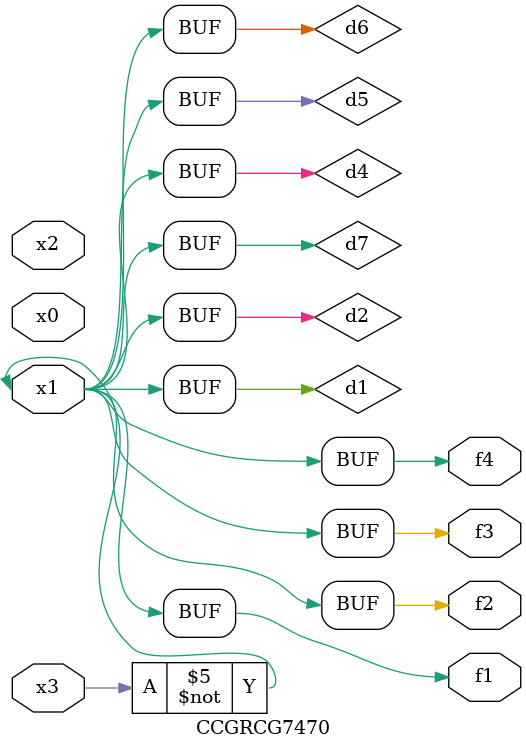
<source format=v>
module CCGRCG7470(
	input x0, x1, x2, x3,
	output f1, f2, f3, f4
);

	wire d1, d2, d3, d4, d5, d6, d7;

	not (d1, x3);
	buf (d2, x1);
	xnor (d3, d1, d2);
	nor (d4, d1);
	buf (d5, d1, d2);
	buf (d6, d4, d5);
	nand (d7, d4);
	assign f1 = d6;
	assign f2 = d7;
	assign f3 = d6;
	assign f4 = d6;
endmodule

</source>
